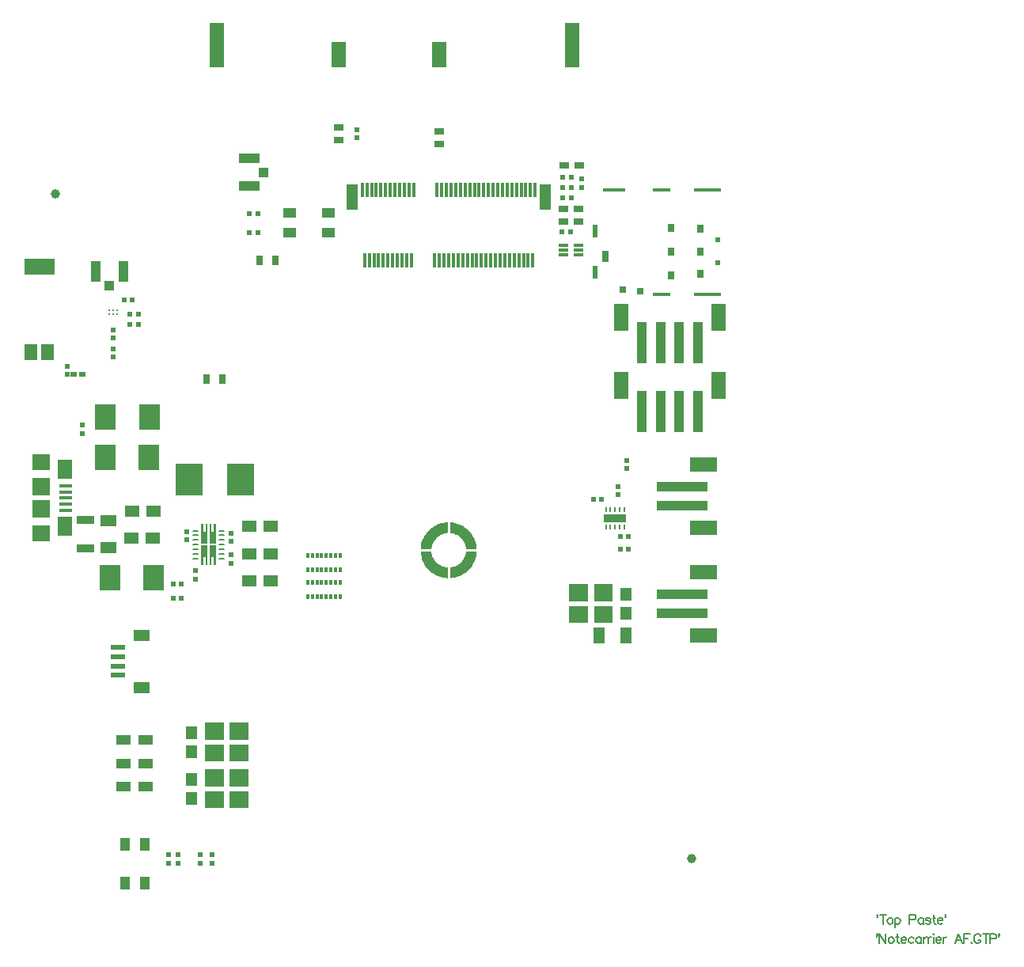
<source format=gtp>
G04*
G04 #@! TF.GenerationSoftware,Altium Limited,Altium Designer,20.2.6 (241)*
G04*
G04 Layer_Color=8421504*
%FSLAX25Y25*%
%MOIN*%
G70*
G04*
G04 #@! TF.SameCoordinates,785051FB-66B4-4767-B951-84AC3D2C5656*
G04*
G04*
G04 #@! TF.FilePolarity,Positive*
G04*
G01*
G75*
%ADD11C,0.00591*%
%ADD15R,0.02598X0.02441*%
%ADD16R,0.04134X0.05512*%
%ADD17R,0.02441X0.02441*%
%ADD18R,0.02441X0.02441*%
G04:AMPARAMS|DCode=19|XSize=9.45mil|YSize=23.62mil|CornerRadius=4.72mil|HoleSize=0mil|Usage=FLASHONLY|Rotation=90.000|XOffset=0mil|YOffset=0mil|HoleType=Round|Shape=RoundedRectangle|*
%AMROUNDEDRECTD19*
21,1,0.00945,0.01417,0,0,90.0*
21,1,0.00000,0.02362,0,0,90.0*
1,1,0.00945,0.00709,0.00000*
1,1,0.00945,0.00709,0.00000*
1,1,0.00945,-0.00709,0.00000*
1,1,0.00945,-0.00709,0.00000*
%
%ADD19ROUNDEDRECTD19*%
%ADD20R,0.06000X0.05000*%
%ADD21R,0.09055X0.11024*%
%ADD22R,0.11614X0.13780*%
%ADD23R,0.04528X0.05709*%
%ADD24R,0.04724X0.10827*%
%ADD25R,0.01181X0.06102*%
%ADD26R,0.06299X0.03937*%
%ADD27R,0.07087X0.04724*%
%ADD28R,0.06102X0.02362*%
%ADD29R,0.05512X0.04134*%
%ADD30R,0.02756X0.02756*%
%ADD31R,0.01968X0.05512*%
%ADD32R,0.02756X0.02953*%
%ADD33R,0.07480X0.01772*%
%ADD34R,0.02756X0.03543*%
%ADD35R,0.02559X0.04724*%
%ADD36R,0.09449X0.01772*%
%ADD37R,0.11417X0.01772*%
%ADD38R,0.02362X0.02362*%
%ADD39R,0.03937X0.17717*%
%ADD40R,0.06299X0.11811*%
%ADD41C,0.03937*%
%ADD42R,0.03898X0.01181*%
%ADD43R,0.07480X0.03543*%
%ADD44R,0.04528X0.07087*%
%ADD45R,0.00984X0.01968*%
%ADD46R,0.09449X0.03307*%
%ADD47R,0.04134X0.03937*%
%ADD48R,0.08661X0.04134*%
%ADD49R,0.02756X0.03937*%
%ADD50R,0.01181X0.01968*%
%ADD51R,0.03937X0.03150*%
%ADD52R,0.05709X0.06693*%
%ADD53R,0.12598X0.06693*%
%ADD54R,0.05906X0.18583*%
%ADD55R,0.05906X0.10709*%
%ADD56R,0.11811X0.06299*%
%ADD57R,0.21654X0.03937*%
%ADD58R,0.00984X0.00984*%
%ADD59R,0.05315X0.01575*%
%ADD60R,0.06299X0.08268*%
%ADD61R,0.07480X0.07480*%
%ADD62R,0.07480X0.07087*%
%ADD63R,0.04016X0.02520*%
%ADD64R,0.04134X0.08661*%
%ADD65R,0.03937X0.04134*%
%ADD66R,0.07087X0.04528*%
G36*
X82244Y177559D02*
X79646D01*
Y185827D01*
X80433D01*
Y182480D01*
X81457D01*
Y185827D01*
X82244D01*
Y177559D01*
D02*
G37*
G36*
X78622D02*
X76024D01*
Y185827D01*
X76811D01*
Y182480D01*
X77835D01*
Y185827D01*
X78622D01*
Y177559D01*
D02*
G37*
G36*
X182120Y186497D02*
X183130Y186294D01*
X184119Y186005D01*
X185079Y185630D01*
X186002Y185173D01*
X186882Y184638D01*
X187713Y184027D01*
X188486Y183347D01*
X189198Y182602D01*
X189842Y181797D01*
X190413Y180940D01*
X190908Y180036D01*
X191322Y179092D01*
X191651Y178116D01*
X191895Y177115D01*
X192051Y176097D01*
X192104Y175416D01*
X187568D01*
X187489Y176047D01*
X187355Y176668D01*
X187168Y177275D01*
X186928Y177863D01*
X186638Y178429D01*
X186300Y178967D01*
X185916Y179473D01*
X185490Y179944D01*
X185024Y180376D01*
X184522Y180766D01*
X183988Y181111D01*
X183427Y181407D01*
X182841Y181654D01*
X182236Y181849D01*
X181617Y181990D01*
X181096Y182066D01*
Y186610D01*
X182120Y186497D01*
D02*
G37*
G36*
X179915Y182098D02*
Y182098D01*
X179282Y182036D01*
X178658Y181920D01*
X178046Y181749D01*
X177451Y181525D01*
X176878Y181251D01*
X176331Y180927D01*
X175814Y180557D01*
X175332Y180144D01*
X174887Y179690D01*
X174484Y179199D01*
X174125Y178675D01*
X173813Y178121D01*
X173550Y177542D01*
X173339Y176943D01*
X173181Y176328D01*
X173078Y175701D01*
X173049Y175416D01*
X168512D01*
X168609Y176442D01*
X168794Y177455D01*
X169067Y178449D01*
X169425Y179415D01*
X169867Y180346D01*
X170388Y181235D01*
X170984Y182075D01*
X171651Y182860D01*
X172385Y183584D01*
X173178Y184241D01*
X174026Y184827D01*
X174922Y185337D01*
X175858Y185766D01*
X176829Y186112D01*
X177825Y186373D01*
X178841Y186545D01*
X179868Y186628D01*
X179915Y186630D01*
Y182098D01*
D02*
G37*
G36*
X82244Y168504D02*
X81457D01*
Y171850D01*
X80433D01*
Y168504D01*
X79646D01*
Y176772D01*
X82244D01*
Y168504D01*
D02*
G37*
G36*
X78622D02*
X77835D01*
Y171850D01*
X76811D01*
Y168504D01*
X76024D01*
Y176772D01*
X78622D01*
Y168504D01*
D02*
G37*
G36*
X192008Y173209D02*
X191823Y172196D01*
X191550Y171202D01*
X191191Y170236D01*
X190750Y169305D01*
X190229Y168416D01*
X189632Y167576D01*
X188965Y166791D01*
X188232Y166067D01*
X187438Y165410D01*
X186591Y164824D01*
X185695Y164315D01*
X184758Y163885D01*
X183788Y163539D01*
X182791Y163278D01*
X181775Y163106D01*
X181096Y163041D01*
Y167585D01*
X181724Y167681D01*
X182341Y167831D01*
X182943Y168035D01*
X183525Y168291D01*
X184082Y168596D01*
X184611Y168948D01*
X185107Y169346D01*
X185566Y169785D01*
X185985Y170262D01*
X186361Y170774D01*
X186691Y171318D01*
X186973Y171887D01*
X187203Y172479D01*
X187382Y173089D01*
X187506Y173712D01*
X187568Y174235D01*
X192104D01*
X192008Y173209D01*
D02*
G37*
G36*
X173128Y173605D02*
X173262Y172983D01*
X173449Y172376D01*
X173689Y171788D01*
X173978Y171222D01*
X174317Y170684D01*
X174700Y170178D01*
X175127Y169707D01*
X175593Y169275D01*
X176094Y168885D01*
X176628Y168540D01*
X177190Y168243D01*
X177776Y167997D01*
X178380Y167802D01*
X179000Y167661D01*
X179629Y167574D01*
X179915Y167553D01*
Y163021D01*
X178887Y163101D01*
X177871Y163269D01*
X176873Y163525D01*
X175901Y163868D01*
X174963Y164294D01*
X174065Y164799D01*
X173215Y165382D01*
X172419Y166036D01*
X171683Y166757D01*
X171013Y167539D01*
X170413Y168377D01*
X169889Y169264D01*
X169444Y170194D01*
X169081Y171158D01*
X168804Y172151D01*
X168615Y173163D01*
X168515Y174189D01*
X168512Y174235D01*
X173049D01*
X173128Y173605D01*
D02*
G37*
G36*
X249409Y153347D02*
X241535D01*
Y160433D01*
X249409D01*
Y153347D01*
D02*
G37*
G36*
X238976D02*
X231102D01*
Y160433D01*
X238976D01*
Y153347D01*
D02*
G37*
G36*
X249409Y144095D02*
X241535D01*
Y151181D01*
X249409D01*
Y144095D01*
D02*
G37*
G36*
X238976D02*
X231102D01*
Y151181D01*
X238976D01*
Y144095D01*
D02*
G37*
G36*
X95917Y95016D02*
X88043D01*
Y102102D01*
X95917D01*
Y95016D01*
D02*
G37*
G36*
X85484D02*
X77610D01*
Y102102D01*
X85484D01*
Y95016D01*
D02*
G37*
G36*
X95917Y85764D02*
X88043D01*
Y92850D01*
X95917D01*
Y85764D01*
D02*
G37*
G36*
X85484D02*
X77610D01*
Y92850D01*
X85484D01*
Y85764D01*
D02*
G37*
G36*
X95917Y75371D02*
X88043D01*
Y82457D01*
X95917D01*
Y75371D01*
D02*
G37*
G36*
X85484D02*
X77610D01*
Y82457D01*
X85484D01*
Y75371D01*
D02*
G37*
G36*
X95917Y66119D02*
X88043D01*
Y73205D01*
X95917D01*
Y66119D01*
D02*
G37*
G36*
X85484D02*
X77610D01*
Y73205D01*
X85484D01*
Y66119D01*
D02*
G37*
D11*
X360719Y12813D02*
X360531Y13001D01*
X360719Y13188D01*
X360906Y13001D01*
Y12626D01*
X360719Y12251D01*
X360531Y12064D01*
X361769Y13188D02*
Y9252D01*
Y13188D02*
X364393Y9252D01*
Y13188D02*
Y9252D01*
X366417Y11876D02*
X366042Y11689D01*
X365667Y11314D01*
X365480Y10751D01*
Y10377D01*
X365667Y9814D01*
X366042Y9439D01*
X366417Y9252D01*
X366979D01*
X367354Y9439D01*
X367729Y9814D01*
X367916Y10377D01*
Y10751D01*
X367729Y11314D01*
X367354Y11689D01*
X366979Y11876D01*
X366417D01*
X369341Y13188D02*
Y10002D01*
X369529Y9439D01*
X369903Y9252D01*
X370278D01*
X368779Y11876D02*
X370091D01*
X370841Y10751D02*
X373090D01*
Y11126D01*
X372902Y11501D01*
X372715Y11689D01*
X372340Y11876D01*
X371778D01*
X371403Y11689D01*
X371028Y11314D01*
X370841Y10751D01*
Y10377D01*
X371028Y9814D01*
X371403Y9439D01*
X371778Y9252D01*
X372340D01*
X372715Y9439D01*
X373090Y9814D01*
X376182Y11314D02*
X375808Y11689D01*
X375433Y11876D01*
X374870D01*
X374496Y11689D01*
X374121Y11314D01*
X373933Y10751D01*
Y10377D01*
X374121Y9814D01*
X374496Y9439D01*
X374870Y9252D01*
X375433D01*
X375808Y9439D01*
X376182Y9814D01*
X379275Y11876D02*
Y9252D01*
Y11314D02*
X378900Y11689D01*
X378525Y11876D01*
X377963D01*
X377588Y11689D01*
X377213Y11314D01*
X377026Y10751D01*
Y10377D01*
X377213Y9814D01*
X377588Y9439D01*
X377963Y9252D01*
X378525D01*
X378900Y9439D01*
X379275Y9814D01*
X380325Y11876D02*
Y9252D01*
Y10751D02*
X380512Y11314D01*
X380887Y11689D01*
X381262Y11876D01*
X381824D01*
X382180D02*
Y9252D01*
Y10751D02*
X382368Y11314D01*
X382743Y11689D01*
X383118Y11876D01*
X383680D01*
X384411Y13188D02*
X384598Y13001D01*
X384786Y13188D01*
X384598Y13376D01*
X384411Y13188D01*
X384598Y11876D02*
Y9252D01*
X385479Y10751D02*
X387729D01*
Y11126D01*
X387541Y11501D01*
X387354Y11689D01*
X386979Y11876D01*
X386417D01*
X386042Y11689D01*
X385667Y11314D01*
X385479Y10751D01*
Y10377D01*
X385667Y9814D01*
X386042Y9439D01*
X386417Y9252D01*
X386979D01*
X387354Y9439D01*
X387729Y9814D01*
X388572Y11876D02*
Y9252D01*
Y10751D02*
X388759Y11314D01*
X389134Y11689D01*
X389509Y11876D01*
X390072D01*
X396519Y9252D02*
X395020Y13188D01*
X393520Y9252D01*
X394083Y10564D02*
X395957D01*
X397438Y13188D02*
Y9252D01*
Y13188D02*
X399874D01*
X397438Y11314D02*
X398937D01*
X400512Y9627D02*
X400324Y9439D01*
X400512Y9252D01*
X400699Y9439D01*
X400512Y9627D01*
X404373Y12251D02*
X404185Y12626D01*
X403811Y13001D01*
X403436Y13188D01*
X402686D01*
X402311Y13001D01*
X401936Y12626D01*
X401749Y12251D01*
X401561Y11689D01*
Y10751D01*
X401749Y10189D01*
X401936Y9814D01*
X402311Y9439D01*
X402686Y9252D01*
X403436D01*
X403811Y9439D01*
X404185Y9814D01*
X404373Y10189D01*
Y10751D01*
X403436D02*
X404373D01*
X406585Y13188D02*
Y9252D01*
X405273Y13188D02*
X407897D01*
X408365Y11126D02*
X410052D01*
X410614Y11314D01*
X410802Y11501D01*
X410989Y11876D01*
Y12438D01*
X410802Y12813D01*
X410614Y13001D01*
X410052Y13188D01*
X408365D01*
Y9252D01*
X412058Y12813D02*
X411870Y13001D01*
X412058Y13188D01*
X412245Y13001D01*
Y12626D01*
X412058Y12251D01*
X411870Y12064D01*
X360817Y20917D02*
X360630Y21104D01*
X360817Y21292D01*
X361005Y21104D01*
Y20729D01*
X360817Y20354D01*
X360630Y20167D01*
X363179Y21292D02*
Y17355D01*
X361867Y21292D02*
X364491D01*
X365897Y19979D02*
X365522Y19792D01*
X365147Y19417D01*
X364960Y18855D01*
Y18480D01*
X365147Y17918D01*
X365522Y17543D01*
X365897Y17355D01*
X366459D01*
X366834Y17543D01*
X367209Y17918D01*
X367396Y18480D01*
Y18855D01*
X367209Y19417D01*
X366834Y19792D01*
X366459Y19979D01*
X365897D01*
X368259D02*
Y16043D01*
Y19417D02*
X368633Y19792D01*
X369008Y19979D01*
X369571D01*
X369946Y19792D01*
X370320Y19417D01*
X370508Y18855D01*
Y18480D01*
X370320Y17918D01*
X369946Y17543D01*
X369571Y17355D01*
X369008D01*
X368633Y17543D01*
X368259Y17918D01*
X374444Y19230D02*
X376131D01*
X376693Y19417D01*
X376881Y19605D01*
X377068Y19979D01*
Y20542D01*
X376881Y20917D01*
X376693Y21104D01*
X376131Y21292D01*
X374444D01*
Y17355D01*
X380198Y19979D02*
Y17355D01*
Y19417D02*
X379823Y19792D01*
X379449Y19979D01*
X378886D01*
X378511Y19792D01*
X378136Y19417D01*
X377949Y18855D01*
Y18480D01*
X378136Y17918D01*
X378511Y17543D01*
X378886Y17355D01*
X379449D01*
X379823Y17543D01*
X380198Y17918D01*
X383310Y19417D02*
X383122Y19792D01*
X382560Y19979D01*
X381998D01*
X381435Y19792D01*
X381248Y19417D01*
X381435Y19042D01*
X381810Y18855D01*
X382747Y18667D01*
X383122Y18480D01*
X383310Y18105D01*
Y17918D01*
X383122Y17543D01*
X382560Y17355D01*
X381998D01*
X381435Y17543D01*
X381248Y17918D01*
X384697Y21292D02*
Y18105D01*
X384884Y17543D01*
X385259Y17355D01*
X385634D01*
X384134Y19979D02*
X385447D01*
X386196Y18855D02*
X388445D01*
Y19230D01*
X388258Y19605D01*
X388071Y19792D01*
X387696Y19979D01*
X387133D01*
X386759Y19792D01*
X386384Y19417D01*
X386196Y18855D01*
Y18480D01*
X386384Y17918D01*
X386759Y17543D01*
X387133Y17355D01*
X387696D01*
X388071Y17543D01*
X388445Y17918D01*
X389476Y20917D02*
X389289Y21104D01*
X389476Y21292D01*
X389664Y21104D01*
Y20729D01*
X389476Y20354D01*
X389289Y20167D01*
D15*
X22403Y248803D02*
D03*
X25868D02*
D03*
D16*
X43819Y51055D02*
D03*
X52284D02*
D03*
X43819Y34716D02*
D03*
X52284D02*
D03*
D17*
X66387Y46543D02*
D03*
Y43000D02*
D03*
X64173Y160433D02*
D03*
X67716D02*
D03*
X88691Y172756D02*
D03*
Y169213D02*
D03*
X49649Y274253D02*
D03*
X46106D02*
D03*
X38956Y256192D02*
D03*
Y259735D02*
D03*
X141535Y352008D02*
D03*
Y348465D02*
D03*
X256010Y180566D02*
D03*
X252467D02*
D03*
X236315Y327586D02*
D03*
Y331130D02*
D03*
X228314Y323177D02*
D03*
X231857D02*
D03*
X256008Y175368D02*
D03*
X252465D02*
D03*
X80534Y43000D02*
D03*
Y46543D02*
D03*
X88690Y178512D02*
D03*
Y182055D02*
D03*
X69882Y179134D02*
D03*
Y182677D02*
D03*
X96289Y316558D02*
D03*
X99833D02*
D03*
X19698Y248803D02*
D03*
Y252346D02*
D03*
X26032Y227543D02*
D03*
Y224000D02*
D03*
X49649Y269844D02*
D03*
X46106D02*
D03*
D18*
X62371Y43000D02*
D03*
Y46543D02*
D03*
X67716Y154528D02*
D03*
X64173D02*
D03*
X38956Y264145D02*
D03*
Y267688D02*
D03*
X228314Y331996D02*
D03*
X231857D02*
D03*
Y327587D02*
D03*
X228314D02*
D03*
X241166Y196198D02*
D03*
X244710D02*
D03*
X251690Y198090D02*
D03*
Y201633D02*
D03*
X231644Y308795D02*
D03*
X228100D02*
D03*
X75787Y46543D02*
D03*
Y43000D02*
D03*
X100000Y308516D02*
D03*
X96457D02*
D03*
X255228Y209169D02*
D03*
Y212713D02*
D03*
X73622Y166142D02*
D03*
Y162598D02*
D03*
X47047Y280295D02*
D03*
X43504D02*
D03*
D19*
X73622Y171260D02*
D03*
Y173228D02*
D03*
Y175197D02*
D03*
Y177165D02*
D03*
Y179134D02*
D03*
Y181102D02*
D03*
Y183071D02*
D03*
X84646D02*
D03*
Y181102D02*
D03*
Y179134D02*
D03*
Y177165D02*
D03*
Y175197D02*
D03*
Y173228D02*
D03*
Y171260D02*
D03*
D20*
X96337Y173250D02*
D03*
X105337D02*
D03*
X105335Y184770D02*
D03*
X96335D02*
D03*
X96226Y161846D02*
D03*
X105226D02*
D03*
X55911Y191197D02*
D03*
X46911D02*
D03*
X55714Y180055D02*
D03*
X46714D02*
D03*
D21*
X54031Y213921D02*
D03*
X35528D02*
D03*
X35633Y230773D02*
D03*
X54137D02*
D03*
X37496Y163331D02*
D03*
X56000D02*
D03*
D22*
X92571Y204724D02*
D03*
X71114D02*
D03*
D23*
X255020Y156142D02*
D03*
Y148386D02*
D03*
X72000Y78166D02*
D03*
Y70410D02*
D03*
Y90055D02*
D03*
Y97811D02*
D03*
D24*
X139560Y323448D02*
D03*
X221056D02*
D03*
D25*
X143891Y326499D02*
D03*
X144875Y296774D02*
D03*
X145859Y326499D02*
D03*
X146844Y296774D02*
D03*
X147828Y326499D02*
D03*
X148812Y296774D02*
D03*
X149796Y326499D02*
D03*
X150781Y296774D02*
D03*
X151765Y326499D02*
D03*
X152749Y296774D02*
D03*
X153734Y326499D02*
D03*
X154718Y296774D02*
D03*
X155702Y326499D02*
D03*
X156686Y296774D02*
D03*
X157670Y326499D02*
D03*
X158655Y296774D02*
D03*
X159639Y326499D02*
D03*
X160623Y296774D02*
D03*
X161608Y326499D02*
D03*
X162592Y296774D02*
D03*
X163576Y326499D02*
D03*
X164560Y296774D02*
D03*
X165544Y326499D02*
D03*
X174403Y296774D02*
D03*
X175387Y326499D02*
D03*
X176371Y296774D02*
D03*
X177356Y326499D02*
D03*
X178340Y296774D02*
D03*
X179324Y326499D02*
D03*
X180308Y296774D02*
D03*
X181292Y326499D02*
D03*
X182277Y296774D02*
D03*
X183261Y326499D02*
D03*
X184245Y296774D02*
D03*
X185230Y326499D02*
D03*
X186214Y296774D02*
D03*
X187198Y326499D02*
D03*
X188182Y296774D02*
D03*
X189166Y326499D02*
D03*
X190151Y296774D02*
D03*
X191135Y326499D02*
D03*
X192119Y296774D02*
D03*
X193104Y326499D02*
D03*
X194088Y296774D02*
D03*
X195072Y326499D02*
D03*
X196056Y296774D02*
D03*
X197041Y326499D02*
D03*
X198025Y296774D02*
D03*
X199009Y326499D02*
D03*
X199993Y296774D02*
D03*
X200978Y326499D02*
D03*
X201962Y296774D02*
D03*
X202946Y326499D02*
D03*
X203930Y296774D02*
D03*
X204915Y326499D02*
D03*
X205899Y296774D02*
D03*
X206883Y326499D02*
D03*
X207867Y296774D02*
D03*
X208852Y326499D02*
D03*
X209836Y296774D02*
D03*
X210820Y326499D02*
D03*
X211804Y296774D02*
D03*
X212789Y326499D02*
D03*
X213773Y296774D02*
D03*
X214757Y326499D02*
D03*
X215741Y296774D02*
D03*
X216726Y326499D02*
D03*
D26*
X43276Y85000D02*
D03*
X52724Y94842D02*
D03*
Y75157D02*
D03*
X43276D02*
D03*
Y94842D02*
D03*
X52724Y85000D02*
D03*
D27*
X51032Y116992D02*
D03*
Y139039D02*
D03*
D28*
X41091Y122110D02*
D03*
Y126047D02*
D03*
Y129984D02*
D03*
Y133921D02*
D03*
D29*
X129528Y316981D02*
D03*
Y308516D02*
D03*
X113189Y316981D02*
D03*
Y308516D02*
D03*
D30*
X260827Y283913D02*
D03*
D31*
X242126Y292063D02*
D03*
Y309386D02*
D03*
D32*
X253740Y284602D02*
D03*
D33*
X270079Y282634D02*
D03*
Y326630D02*
D03*
D34*
X273937Y290724D02*
D03*
X286417Y291118D02*
D03*
Y300724D02*
D03*
X273937D02*
D03*
Y310724D02*
D03*
X286417Y310331D02*
D03*
D35*
X246358Y298559D02*
D03*
D36*
X249803Y326630D02*
D03*
D37*
X289173Y282634D02*
D03*
Y326630D02*
D03*
D38*
X293701Y295921D02*
D03*
Y305528D02*
D03*
D39*
X261614Y233284D02*
D03*
X269488D02*
D03*
X277362D02*
D03*
X285236D02*
D03*
X285236Y262192D02*
D03*
X277362D02*
D03*
X269488D02*
D03*
X261614D02*
D03*
D40*
X252953Y244111D02*
D03*
X293898D02*
D03*
X293898Y273019D02*
D03*
X252953D02*
D03*
D41*
X282480Y45000D02*
D03*
X14626Y325000D02*
D03*
D42*
X235026Y303283D02*
D03*
Y299346D02*
D03*
Y301315D02*
D03*
X228688Y303283D02*
D03*
Y301315D02*
D03*
Y299346D02*
D03*
D43*
X27306Y187457D02*
D03*
Y175646D02*
D03*
D44*
X243504Y138976D02*
D03*
X254921D02*
D03*
D45*
X254370Y184543D02*
D03*
Y192024D02*
D03*
X252401Y184543D02*
D03*
Y192024D02*
D03*
X250433Y184543D02*
D03*
Y192024D02*
D03*
X248464Y184543D02*
D03*
Y192024D02*
D03*
X246496Y184543D02*
D03*
Y192024D02*
D03*
D46*
X250433Y188284D02*
D03*
D47*
X102293Y334087D02*
D03*
D48*
X96289Y328279D02*
D03*
Y339894D02*
D03*
D49*
X100591Y296873D02*
D03*
X107283D02*
D03*
X85074Y246858D02*
D03*
X78381D02*
D03*
D50*
X120876Y161144D02*
D03*
X124813D02*
D03*
X122845D02*
D03*
X128750D02*
D03*
X126782D02*
D03*
X134656D02*
D03*
X130719D02*
D03*
X132687D02*
D03*
X122845Y155239D02*
D03*
X120876D02*
D03*
X124813D02*
D03*
X126782D02*
D03*
X130719D02*
D03*
X128750D02*
D03*
X132687D02*
D03*
X134656D02*
D03*
Y172571D02*
D03*
X130719D02*
D03*
X132687D02*
D03*
X128750D02*
D03*
X132687Y166665D02*
D03*
X134656D02*
D03*
X130719D02*
D03*
X128750D02*
D03*
X126782Y172571D02*
D03*
X124813D02*
D03*
X122845D02*
D03*
X120876D02*
D03*
X126782Y166665D02*
D03*
X124813D02*
D03*
X122845D02*
D03*
X120876D02*
D03*
D51*
X228708Y318466D02*
D03*
X235007D02*
D03*
Y313348D02*
D03*
X228708D02*
D03*
X235150Y337063D02*
D03*
X228850D02*
D03*
D52*
X11319Y258268D02*
D03*
X4429D02*
D03*
D53*
X7874Y294095D02*
D03*
D54*
X82677Y387638D02*
D03*
X232283D02*
D03*
D55*
X176378Y383701D02*
D03*
X133858D02*
D03*
D56*
X287598Y184209D02*
D03*
Y210980D02*
D03*
Y138791D02*
D03*
Y165562D02*
D03*
D57*
X278740Y193658D02*
D03*
Y201532D02*
D03*
Y148240D02*
D03*
Y156114D02*
D03*
D58*
X40520Y275830D02*
D03*
Y274255D02*
D03*
X38945D02*
D03*
X37370Y275830D02*
D03*
X38945D02*
D03*
X37370Y274255D02*
D03*
D59*
X18996Y201969D02*
D03*
Y199409D02*
D03*
Y194291D02*
D03*
Y196850D02*
D03*
Y191732D02*
D03*
D60*
X18504Y208858D02*
D03*
Y184843D02*
D03*
D61*
X8465Y201575D02*
D03*
Y192126D02*
D03*
D62*
Y211811D02*
D03*
Y181890D02*
D03*
D63*
X176378Y346063D02*
D03*
Y351102D02*
D03*
X133858Y347716D02*
D03*
Y352756D02*
D03*
D64*
X43246Y292313D02*
D03*
X31632D02*
D03*
D65*
X37439Y286309D02*
D03*
D66*
X37000Y187378D02*
D03*
Y175961D02*
D03*
M02*

</source>
